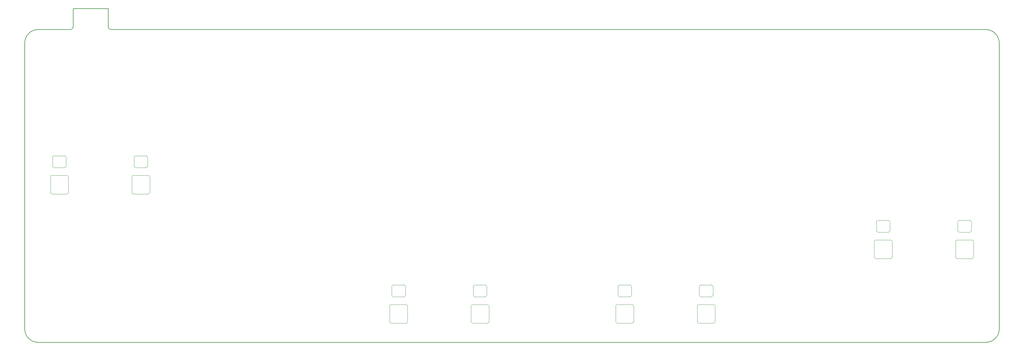
<source format=gbr>
G04 #@! TF.GenerationSoftware,KiCad,Pcbnew,8.0.7*
G04 #@! TF.CreationDate,2025-01-18T13:06:30-06:00*
G04 #@! TF.ProjectId,boethia60,626f6574-6869-4613-9630-2e6b69636164,rev?*
G04 #@! TF.SameCoordinates,Original*
G04 #@! TF.FileFunction,Profile,NP*
%FSLAX46Y46*%
G04 Gerber Fmt 4.6, Leading zero omitted, Abs format (unit mm)*
G04 Created by KiCad (PCBNEW 8.0.7) date 2025-01-18 13:06:30*
%MOMM*%
%LPD*%
G01*
G04 APERTURE LIST*
G04 #@! TA.AperFunction,Profile*
%ADD10C,0.200000*%
G04 #@! TD*
G04 #@! TA.AperFunction,Profile*
%ADD11C,0.120000*%
G04 #@! TD*
G04 APERTURE END LIST*
D10*
X3175000Y-93662500D02*
G75*
G02*
X-793750Y-89693750I0J3968750D01*
G01*
X-793750Y-5365750D02*
X-793750Y-89693750D01*
X282575000Y-1397000D02*
X24606250Y-1397000D01*
X12700000Y-1397000D02*
X3175000Y-1397000D01*
X24606250Y-1397000D02*
G75*
G02*
X23812500Y-603250I50J793800D01*
G01*
X286543750Y-89693750D02*
G75*
G02*
X282575000Y-93662450I-3968750J50D01*
G01*
X286543750Y-89693750D02*
X286543750Y-5365750D01*
X13493750Y-603250D02*
G75*
G02*
X12700000Y-1397000I-793750J0D01*
G01*
X282575000Y-1397000D02*
G75*
G02*
X286543700Y-5365750I0J-3968700D01*
G01*
X-793750Y-5365750D02*
G75*
G02*
X3175000Y-1397000I3968750J0D01*
G01*
X13493750Y4762500D02*
X13493750Y-603250D01*
X3175000Y-93662500D02*
X282575000Y-93662500D01*
X23812500Y4762500D02*
X23812500Y-603250D01*
X23812500Y4762500D02*
X13493750Y4762500D01*
D11*
X173468750Y-83025000D02*
X173468750Y-87525000D01*
X174118750Y-77225000D02*
X174118750Y-79725000D01*
X177618750Y-76725000D02*
X174618750Y-76725000D01*
X177618750Y-80225000D02*
X174618750Y-80225000D01*
X178118750Y-77225000D02*
X178118750Y-79725000D01*
X178268750Y-82525000D02*
X173968750Y-82525000D01*
X178268750Y-88025000D02*
X173968750Y-88025000D01*
X178768750Y-83025000D02*
X178768750Y-87525000D01*
X197468750Y-83025000D02*
X197468750Y-87525000D01*
X197968750Y-82525000D02*
X202268750Y-82525000D01*
X197968750Y-88025000D02*
X202268750Y-88025000D01*
X198118750Y-77225000D02*
X198118750Y-79725000D01*
X198618750Y-76725000D02*
X201618750Y-76725000D01*
X198618750Y-80225000D02*
X201618750Y-80225000D01*
X202118750Y-77225000D02*
X202118750Y-79725000D01*
X202768750Y-83025000D02*
X202768750Y-87525000D01*
X173468750Y-83025000D02*
G75*
G02*
X173968750Y-82525000I500000J0D01*
G01*
X173968750Y-88025000D02*
G75*
G02*
X173468750Y-87525000I0J500000D01*
G01*
X174118750Y-77225000D02*
G75*
G02*
X174618750Y-76725000I500000J0D01*
G01*
X174618750Y-80225000D02*
G75*
G02*
X174118750Y-79725000I0J500000D01*
G01*
X177618750Y-76725000D02*
G75*
G02*
X178118750Y-77225000I0J-500000D01*
G01*
X178118750Y-79725000D02*
G75*
G02*
X177618750Y-80225000I-500000J0D01*
G01*
X178268750Y-82525000D02*
G75*
G02*
X178768750Y-83025000I0J-500000D01*
G01*
X178768750Y-87525000D02*
G75*
G02*
X178268750Y-88025000I-500000J0D01*
G01*
X197468750Y-83025000D02*
G75*
G02*
X197968750Y-82525000I500001J-1D01*
G01*
X197968750Y-88025000D02*
G75*
G02*
X197468750Y-87525000I1J500001D01*
G01*
X198118750Y-77225000D02*
G75*
G02*
X198618750Y-76725000I500001J-1D01*
G01*
X198618750Y-80225000D02*
G75*
G02*
X198118750Y-79725000I1J500001D01*
G01*
X201618750Y-76725000D02*
G75*
G02*
X202118750Y-77225000I-1J-500001D01*
G01*
X202118750Y-79725000D02*
G75*
G02*
X201618750Y-80225000I-500001J1D01*
G01*
X202268750Y-82525000D02*
G75*
G02*
X202768750Y-83025000I-1J-500001D01*
G01*
X202768750Y-87525000D02*
G75*
G02*
X202268750Y-88025000I-500001J1D01*
G01*
X106793750Y-83025000D02*
X106793750Y-87525000D01*
X107443750Y-77225000D02*
X107443750Y-79725000D01*
X110943750Y-76725000D02*
X107943750Y-76725000D01*
X110943750Y-80225000D02*
X107943750Y-80225000D01*
X111443750Y-77225000D02*
X111443750Y-79725000D01*
X111593750Y-82525000D02*
X107293750Y-82525000D01*
X111593750Y-88025000D02*
X107293750Y-88025000D01*
X112093750Y-83025000D02*
X112093750Y-87525000D01*
X130793750Y-83025000D02*
X130793750Y-87525000D01*
X131293750Y-82525000D02*
X135593750Y-82525000D01*
X131293750Y-88025000D02*
X135593750Y-88025000D01*
X131443750Y-77225000D02*
X131443750Y-79725000D01*
X131943750Y-76725000D02*
X134943750Y-76725000D01*
X131943750Y-80225000D02*
X134943750Y-80225000D01*
X135443750Y-77225000D02*
X135443750Y-79725000D01*
X136093750Y-83025000D02*
X136093750Y-87525000D01*
X106793750Y-83025000D02*
G75*
G02*
X107293750Y-82525000I500000J0D01*
G01*
X107293750Y-88025000D02*
G75*
G02*
X106793750Y-87525000I0J500000D01*
G01*
X107443750Y-77225000D02*
G75*
G02*
X107943750Y-76725000I500000J0D01*
G01*
X107943750Y-80225000D02*
G75*
G02*
X107443750Y-79725000I0J500000D01*
G01*
X110943750Y-76725000D02*
G75*
G02*
X111443750Y-77225000I0J-500000D01*
G01*
X111443750Y-79725000D02*
G75*
G02*
X110943750Y-80225000I-500000J0D01*
G01*
X111593750Y-82525000D02*
G75*
G02*
X112093750Y-83025000I0J-500000D01*
G01*
X112093750Y-87525000D02*
G75*
G02*
X111593750Y-88025000I-500000J0D01*
G01*
X130793750Y-83025000D02*
G75*
G02*
X131293750Y-82525000I500001J-1D01*
G01*
X131293750Y-88025000D02*
G75*
G02*
X130793750Y-87525000I1J500001D01*
G01*
X131443750Y-77225000D02*
G75*
G02*
X131943750Y-76725000I500001J-1D01*
G01*
X131943750Y-80225000D02*
G75*
G02*
X131443750Y-79725000I1J500001D01*
G01*
X134943750Y-76725000D02*
G75*
G02*
X135443750Y-77225000I-1J-500001D01*
G01*
X135443750Y-79725000D02*
G75*
G02*
X134943750Y-80225000I-500001J1D01*
G01*
X135593750Y-82525000D02*
G75*
G02*
X136093750Y-83025000I-1J-500001D01*
G01*
X136093750Y-87525000D02*
G75*
G02*
X135593750Y-88025000I-500001J1D01*
G01*
X6781250Y-44925000D02*
X6781250Y-49425000D01*
X7431250Y-39125000D02*
X7431250Y-41625000D01*
X10931250Y-38625000D02*
X7931250Y-38625000D01*
X10931250Y-42125000D02*
X7931250Y-42125000D01*
X11431250Y-39125000D02*
X11431250Y-41625000D01*
X11581250Y-44425000D02*
X7281250Y-44425000D01*
X11581250Y-49925000D02*
X7281250Y-49925000D01*
X12081250Y-44925000D02*
X12081250Y-49425000D01*
X30781250Y-44925000D02*
X30781250Y-49425000D01*
X31281250Y-44425000D02*
X35581250Y-44425000D01*
X31281250Y-49925000D02*
X35581250Y-49925000D01*
X31431250Y-39125000D02*
X31431250Y-41625000D01*
X31931250Y-38625000D02*
X34931250Y-38625000D01*
X31931250Y-42125000D02*
X34931250Y-42125000D01*
X35431250Y-39125000D02*
X35431250Y-41625000D01*
X36081250Y-44925000D02*
X36081250Y-49425000D01*
X6781250Y-44925000D02*
G75*
G02*
X7281250Y-44425000I500000J0D01*
G01*
X7281250Y-49925000D02*
G75*
G02*
X6781250Y-49425000I0J500000D01*
G01*
X7431250Y-39125000D02*
G75*
G02*
X7931250Y-38625000I500000J0D01*
G01*
X7931250Y-42125000D02*
G75*
G02*
X7431250Y-41625000I0J500000D01*
G01*
X10931250Y-38625000D02*
G75*
G02*
X11431250Y-39125000I0J-500000D01*
G01*
X11431250Y-41625000D02*
G75*
G02*
X10931250Y-42125000I-500000J0D01*
G01*
X11581250Y-44425000D02*
G75*
G02*
X12081250Y-44925000I0J-500000D01*
G01*
X12081250Y-49425000D02*
G75*
G02*
X11581250Y-49925000I-500000J0D01*
G01*
X30781250Y-44925000D02*
G75*
G02*
X31281250Y-44425000I500001J-1D01*
G01*
X31281250Y-49925000D02*
G75*
G02*
X30781250Y-49425000I1J500001D01*
G01*
X31431250Y-39125000D02*
G75*
G02*
X31931250Y-38625000I500001J-1D01*
G01*
X31931250Y-42125000D02*
G75*
G02*
X31431250Y-41625000I1J500001D01*
G01*
X34931250Y-38625000D02*
G75*
G02*
X35431250Y-39125000I-1J-500001D01*
G01*
X35431250Y-41625000D02*
G75*
G02*
X34931250Y-42125000I-500001J1D01*
G01*
X35581250Y-44425000D02*
G75*
G02*
X36081250Y-44925000I-1J-500001D01*
G01*
X36081250Y-49425000D02*
G75*
G02*
X35581250Y-49925000I-500001J1D01*
G01*
X249668750Y-63975000D02*
X249668750Y-68475000D01*
X250318750Y-58175000D02*
X250318750Y-60675000D01*
X253818750Y-57675000D02*
X250818750Y-57675000D01*
X253818750Y-61175000D02*
X250818750Y-61175000D01*
X254318750Y-58175000D02*
X254318750Y-60675000D01*
X254468750Y-63475000D02*
X250168750Y-63475000D01*
X254468750Y-68975000D02*
X250168750Y-68975000D01*
X254968750Y-63975000D02*
X254968750Y-68475000D01*
X273668750Y-63975000D02*
X273668750Y-68475000D01*
X274168750Y-63475000D02*
X278468750Y-63475000D01*
X274168750Y-68975000D02*
X278468750Y-68975000D01*
X274318750Y-58175000D02*
X274318750Y-60675000D01*
X274818750Y-57675000D02*
X277818750Y-57675000D01*
X274818750Y-61175000D02*
X277818750Y-61175000D01*
X278318750Y-58175000D02*
X278318750Y-60675000D01*
X278968750Y-63975000D02*
X278968750Y-68475000D01*
X249668750Y-63975000D02*
G75*
G02*
X250168750Y-63475000I500000J0D01*
G01*
X250168750Y-68975000D02*
G75*
G02*
X249668750Y-68475000I0J500000D01*
G01*
X250318750Y-58175000D02*
G75*
G02*
X250818750Y-57675000I500000J0D01*
G01*
X250818750Y-61175000D02*
G75*
G02*
X250318750Y-60675000I0J500000D01*
G01*
X253818750Y-57675000D02*
G75*
G02*
X254318750Y-58175000I0J-500000D01*
G01*
X254318750Y-60675000D02*
G75*
G02*
X253818750Y-61175000I-500000J0D01*
G01*
X254468750Y-63475000D02*
G75*
G02*
X254968750Y-63975000I0J-500000D01*
G01*
X254968750Y-68475000D02*
G75*
G02*
X254468750Y-68975000I-500000J0D01*
G01*
X273668750Y-63975000D02*
G75*
G02*
X274168750Y-63475000I500001J-1D01*
G01*
X274168750Y-68975000D02*
G75*
G02*
X273668750Y-68475000I1J500001D01*
G01*
X274318750Y-58175000D02*
G75*
G02*
X274818750Y-57675000I500001J-1D01*
G01*
X274818750Y-61175000D02*
G75*
G02*
X274318750Y-60675000I1J500001D01*
G01*
X277818750Y-57675000D02*
G75*
G02*
X278318750Y-58175000I-1J-500001D01*
G01*
X278318750Y-60675000D02*
G75*
G02*
X277818750Y-61175000I-500001J1D01*
G01*
X278468750Y-63475000D02*
G75*
G02*
X278968750Y-63975000I-1J-500001D01*
G01*
X278968750Y-68475000D02*
G75*
G02*
X278468750Y-68975000I-500001J1D01*
G01*
M02*

</source>
